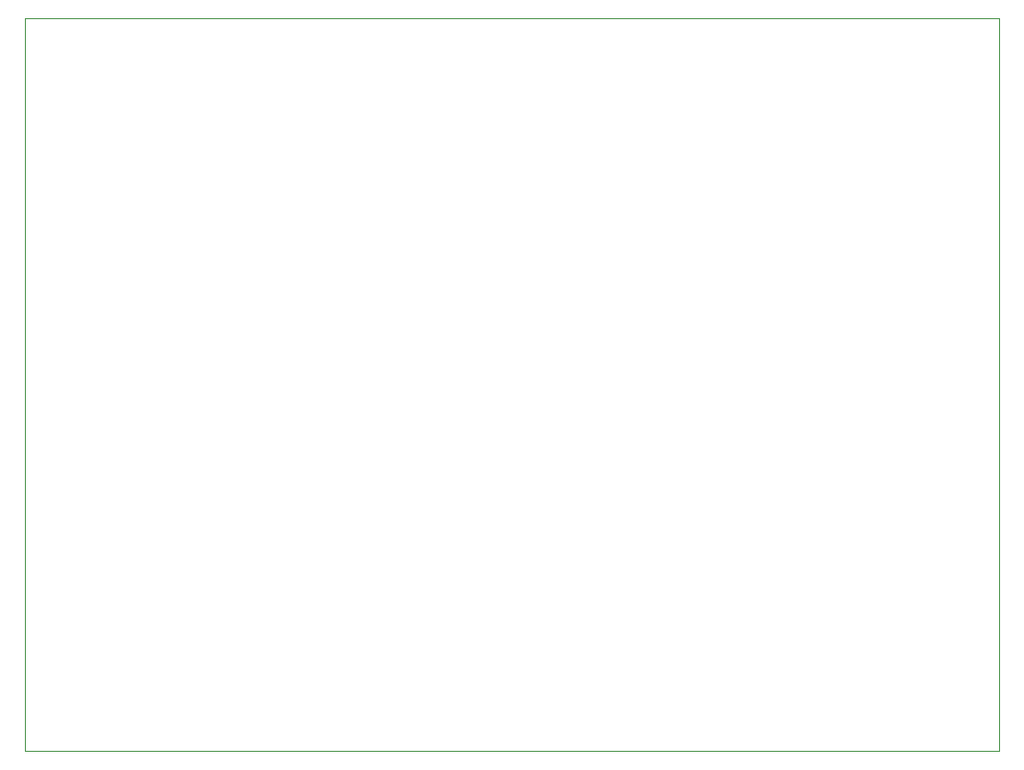
<source format=gbr>
%TF.GenerationSoftware,KiCad,Pcbnew,(5.1.9)-1*%
%TF.CreationDate,2022-01-16T00:30:18-08:00*%
%TF.ProjectId,keurig-filler,6b657572-6967-42d6-9669-6c6c65722e6b,rev?*%
%TF.SameCoordinates,Original*%
%TF.FileFunction,Profile,NP*%
%FSLAX46Y46*%
G04 Gerber Fmt 4.6, Leading zero omitted, Abs format (unit mm)*
G04 Created by KiCad (PCBNEW (5.1.9)-1) date 2022-01-16 00:30:18*
%MOMM*%
%LPD*%
G01*
G04 APERTURE LIST*
%TA.AperFunction,Profile*%
%ADD10C,0.100000*%
%TD*%
G04 APERTURE END LIST*
D10*
X108204000Y-21844000D02*
X108204000Y-86614000D01*
X22098000Y-21844000D02*
X108204000Y-21844000D01*
X22098000Y-86614000D02*
X22098000Y-21844000D01*
X108204000Y-86614000D02*
X22098000Y-86614000D01*
M02*

</source>
